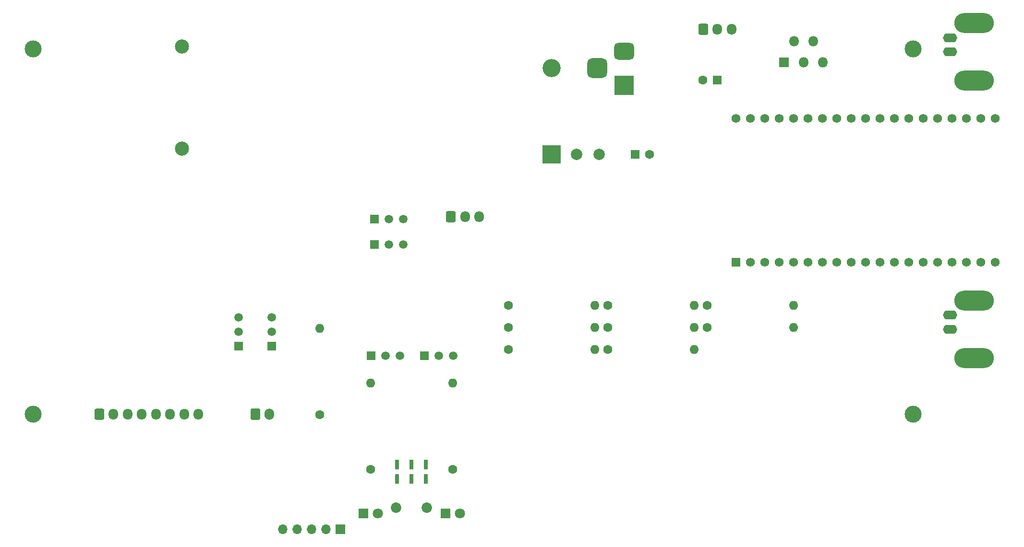
<source format=gbr>
%TF.GenerationSoftware,KiCad,Pcbnew,9.0.0*%
%TF.CreationDate,2025-07-16T00:17:05+02:00*%
%TF.ProjectId,OpenSpritzer2,4f70656e-5370-4726-9974-7a6572322e6b,rev?*%
%TF.SameCoordinates,Original*%
%TF.FileFunction,Soldermask,Top*%
%TF.FilePolarity,Negative*%
%FSLAX46Y46*%
G04 Gerber Fmt 4.6, Leading zero omitted, Abs format (unit mm)*
G04 Created by KiCad (PCBNEW 9.0.0) date 2025-07-16 00:17:05*
%MOMM*%
%LPD*%
G01*
G04 APERTURE LIST*
G04 Aperture macros list*
%AMRoundRect*
0 Rectangle with rounded corners*
0 $1 Rounding radius*
0 $2 $3 $4 $5 $6 $7 $8 $9 X,Y pos of 4 corners*
0 Add a 4 corners polygon primitive as box body*
4,1,4,$2,$3,$4,$5,$6,$7,$8,$9,$2,$3,0*
0 Add four circle primitives for the rounded corners*
1,1,$1+$1,$2,$3*
1,1,$1+$1,$4,$5*
1,1,$1+$1,$6,$7*
1,1,$1+$1,$8,$9*
0 Add four rect primitives between the rounded corners*
20,1,$1+$1,$2,$3,$4,$5,0*
20,1,$1+$1,$4,$5,$6,$7,0*
20,1,$1+$1,$6,$7,$8,$9,0*
20,1,$1+$1,$8,$9,$2,$3,0*%
G04 Aperture macros list end*
%ADD10C,1.600000*%
%ADD11O,1.600000X1.600000*%
%ADD12RoundRect,0.250000X-0.600000X-0.725000X0.600000X-0.725000X0.600000X0.725000X-0.600000X0.725000X0*%
%ADD13O,1.700000X1.950000*%
%ADD14RoundRect,0.250000X-0.600000X-0.750000X0.600000X-0.750000X0.600000X0.750000X-0.600000X0.750000X0*%
%ADD15O,1.700000X2.000000*%
%ADD16C,1.500000*%
%ADD17R,1.500000X1.500000*%
%ADD18R,1.700000X1.700000*%
%ADD19O,1.700000X1.700000*%
%ADD20C,2.500000*%
%ADD21C,3.000000*%
%ADD22R,1.800000X1.800000*%
%ADD23C,1.800000*%
%ADD24O,2.499360X1.600200*%
%ADD25O,7.000240X3.500120*%
%ADD26O,1.800000X1.800000*%
%ADD27C,2.000000*%
%ADD28C,1.850000*%
%ADD29R,0.750000X1.750000*%
%ADD30R,3.200000X3.200000*%
%ADD31O,3.200000X3.200000*%
%ADD32R,1.600000X1.600000*%
%ADD33R,3.500000X3.500000*%
%ADD34RoundRect,0.750000X-1.000000X0.750000X-1.000000X-0.750000X1.000000X-0.750000X1.000000X0.750000X0*%
%ADD35RoundRect,0.875000X-0.875000X0.875000X-0.875000X-0.875000X0.875000X-0.875000X0.875000X0.875000X0*%
%ADD36R,1.560000X1.560000*%
%ADD37C,1.560000*%
G04 APERTURE END LIST*
D10*
%TO.C,R5*%
X82150000Y-84370000D03*
D11*
X82150000Y-69130000D03*
%TD*%
D10*
%TO.C,R3*%
X150430000Y-68950000D03*
D11*
X165670000Y-68950000D03*
%TD*%
D12*
%TO.C,U3*%
X43250000Y-84300000D03*
D13*
X45750000Y-84300000D03*
X48250000Y-84300000D03*
X50750000Y-84300000D03*
X53250000Y-84300000D03*
X55750000Y-84300000D03*
X58250000Y-84300000D03*
X60750000Y-84300000D03*
%TD*%
D10*
%TO.C,1k\u03A9*%
X115390000Y-68950000D03*
D11*
X130630000Y-68950000D03*
%TD*%
D14*
%TO.C,D4*%
X70750000Y-84300000D03*
D15*
X73250000Y-84300000D03*
%TD*%
D16*
%TO.C,NPN*%
X94340000Y-54300000D03*
D17*
X91800000Y-54300000D03*
D16*
X96880000Y-54300000D03*
%TD*%
D12*
%TO.C,J4*%
X105250000Y-49425000D03*
D13*
X107750000Y-49425000D03*
X110250000Y-49425000D03*
%TD*%
D18*
%TO.C,SW3*%
X85800000Y-104600000D03*
D19*
X83260000Y-104600000D03*
X80720000Y-104600000D03*
X78180000Y-104600000D03*
X75640000Y-104600000D03*
%TD*%
D20*
%TO.C,REF\u002A\u002A*%
X57800000Y-19400000D03*
%TD*%
D21*
%TO.C,H4*%
X31550000Y-84300000D03*
%TD*%
D16*
%TO.C,NPN*%
X67850000Y-69760000D03*
D17*
X67850000Y-72300000D03*
D16*
X67850000Y-67220000D03*
%TD*%
D22*
%TO.C,D2*%
X104300000Y-101800000D03*
D23*
X106840000Y-101800000D03*
%TD*%
D10*
%TO.C,R1*%
X105600000Y-94020000D03*
D11*
X105600000Y-78780000D03*
%TD*%
D21*
%TO.C,H2*%
X186800000Y-84300000D03*
%TD*%
D20*
%TO.C,REF\u002A\u002A*%
X57800000Y-37400000D03*
%TD*%
D24*
%TO.C,J2*%
X193298740Y-69300000D03*
X193298740Y-66800640D03*
D25*
X197563400Y-64202220D03*
X197563400Y-74400320D03*
%TD*%
D16*
%TO.C,NPN*%
X93710000Y-73950000D03*
D17*
X91170000Y-73950000D03*
D16*
X96250000Y-73950000D03*
%TD*%
%TO.C,NPN*%
X103110000Y-73950000D03*
D17*
X100570000Y-73950000D03*
D16*
X105650000Y-73950000D03*
%TD*%
D21*
%TO.C,H1*%
X186800000Y-19800000D03*
%TD*%
D10*
%TO.C,2k\u03A9*%
X115410000Y-72850000D03*
D11*
X130650000Y-72850000D03*
%TD*%
D16*
%TO.C,NPN*%
X73650000Y-69760000D03*
D17*
X73650000Y-72300000D03*
D16*
X73650000Y-67220000D03*
%TD*%
D22*
%TO.C,U2*%
X164050000Y-22150000D03*
D26*
X165750000Y-18450000D03*
X167450000Y-22150000D03*
X169150000Y-18450000D03*
X170850000Y-22150000D03*
%TD*%
D16*
%TO.C,NPN*%
X94340000Y-49800000D03*
D17*
X91800000Y-49800000D03*
D16*
X96880000Y-49800000D03*
%TD*%
D24*
%TO.C,J3*%
X193298740Y-20300000D03*
D25*
X197563400Y-15202220D03*
D24*
X193298740Y-17800640D03*
D25*
X197563400Y-25400320D03*
%TD*%
D12*
%TO.C,SW1*%
X149750000Y-16350000D03*
D13*
X152250000Y-16350000D03*
X154750000Y-16350000D03*
%TD*%
D10*
%TO.C,10k\u03A9*%
X115390000Y-65050000D03*
D11*
X130630000Y-65050000D03*
%TD*%
D27*
%TO.C,L1*%
X127400000Y-38400000D03*
X131400000Y-38400000D03*
%TD*%
D10*
%TO.C,R4*%
X150430000Y-65050000D03*
D11*
X165670000Y-65050000D03*
%TD*%
D22*
%TO.C,D3*%
X89850000Y-101800000D03*
D23*
X92390000Y-101800000D03*
%TD*%
D10*
%TO.C,R2*%
X91100000Y-94020000D03*
D11*
X91100000Y-78780000D03*
%TD*%
D10*
%TO.C,10k\u03A9*%
X132910000Y-65050000D03*
D11*
X148150000Y-65050000D03*
%TD*%
D21*
%TO.C,H3*%
X31550000Y-19800000D03*
%TD*%
D28*
%TO.C,SW2*%
X95600000Y-100850000D03*
X101000000Y-100850000D03*
D29*
X95760000Y-93230000D03*
X98300000Y-93230000D03*
X100840000Y-93230000D03*
X95760000Y-95770000D03*
X98300000Y-95770000D03*
X100840000Y-95770000D03*
%TD*%
D30*
%TO.C,D1*%
X123050000Y-38420000D03*
D31*
X123050000Y-23180000D03*
%TD*%
D32*
%TO.C,C1*%
X152232380Y-25300000D03*
D10*
X149732380Y-25300000D03*
%TD*%
D32*
%TO.C,C2*%
X137767621Y-38400000D03*
D10*
X140267621Y-38400000D03*
%TD*%
D33*
%TO.C,J1*%
X135800000Y-26200000D03*
D34*
X135800000Y-20200000D03*
D35*
X131100000Y-23200000D03*
%TD*%
D10*
%TO.C,1k\u03A9*%
X132910000Y-68950000D03*
D11*
X148150000Y-68950000D03*
%TD*%
D10*
%TO.C,2k\u03A9*%
X132910000Y-72850000D03*
D11*
X148150000Y-72850000D03*
%TD*%
D36*
%TO.C,U1*%
X155540000Y-57500000D03*
D37*
X158080000Y-57500000D03*
X160620000Y-57500000D03*
X163160000Y-57500000D03*
X165700000Y-57500000D03*
X168240000Y-57500000D03*
X170780000Y-57500000D03*
X173320000Y-57500000D03*
X175860000Y-57500000D03*
X178400000Y-57500000D03*
X180940000Y-57500000D03*
X183480000Y-57500000D03*
X186020000Y-57500000D03*
X188560000Y-57500000D03*
X191100000Y-57500000D03*
X193640000Y-57500000D03*
X196180000Y-57500000D03*
X198720000Y-57500000D03*
X201260000Y-57500000D03*
X155540000Y-32100000D03*
X158080000Y-32100000D03*
X160620000Y-32100000D03*
X163160000Y-32100000D03*
X165700000Y-32100000D03*
X168240000Y-32100000D03*
X170780000Y-32100000D03*
X173320000Y-32100000D03*
X175860000Y-32100000D03*
X178400000Y-32100000D03*
X180940000Y-32100000D03*
X183480000Y-32100000D03*
X186020000Y-32100000D03*
X188560000Y-32100000D03*
X191100000Y-32100000D03*
X193640000Y-32100000D03*
X196180000Y-32100000D03*
X198720000Y-32100000D03*
X201260000Y-32100000D03*
%TD*%
M02*

</source>
